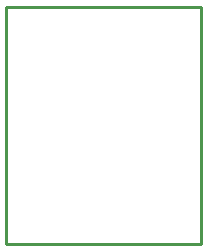
<source format=gbr>
G04 EAGLE Gerber RS-274X export*
G75*
%MOMM*%
%FSLAX34Y34*%
%LPD*%
%IN*%
%IPPOS*%
%AMOC8*
5,1,8,0,0,1.08239X$1,22.5*%
G01*
G04 Define Apertures*
%ADD10C,0.254000*%
D10*
X0Y0D02*
X164900Y0D01*
X164900Y199900D01*
X0Y199900D01*
X0Y0D01*
M02*

</source>
